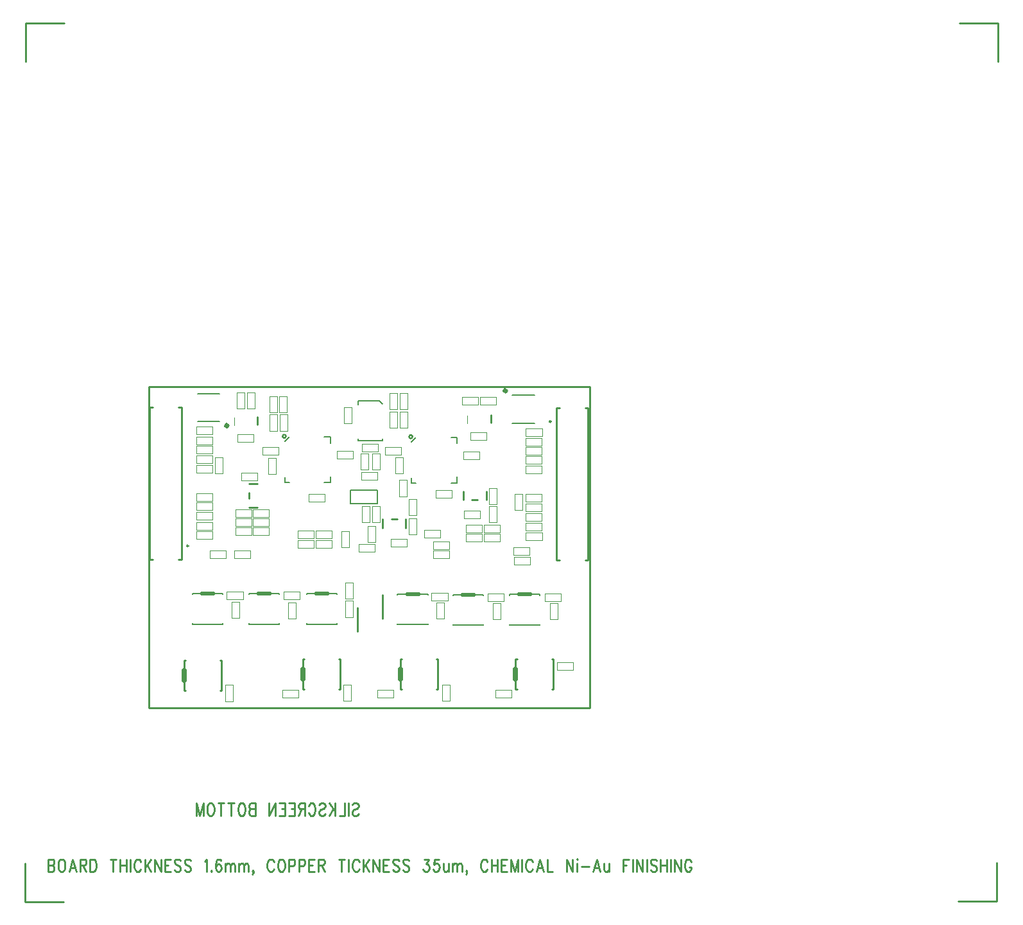
<source format=gbr>
*
*
G04 PADS Layout (Build Number 2007.21.1) generated Gerber (RS-274-X) file*
G04 PC Version=2.1*
*
%IN "2FOC-002.pcb"*%
*
%MOIN*%
*
%FSLAX35Y35*%
*
*
*
*
G04 PC Standard Apertures*
*
*
G04 Thermal Relief Aperture macro.*
%AMTER*
1,1,$1,0,0*
1,0,$1-$2,0,0*
21,0,$3,$4,0,0,45*
21,0,$3,$4,0,0,135*
%
*
*
G04 Annular Aperture macro.*
%AMANN*
1,1,$1,0,0*
1,0,$2,0,0*
%
*
*
G04 Odd Aperture macro.*
%AMODD*
1,1,$1,0,0*
1,0,$1-0.005,0,0*
%
*
*
G04 PC Custom Aperture Macros*
*
*
*
*
*
*
G04 PC Aperture Table*
*
%ADD010C,0.01*%
%ADD011C,0.004*%
%ADD013C,0.006*%
%ADD034C,0.025*%
%ADD070C,0.001*%
%ADD083C,0.00787*%
%ADD087C,0.01969*%
%ADD100C,0.00591*%
%ADD102C,0.0006*%
*
*
*
*
G04 PC Circuitry*
G04 Layer Name 2FOC-002.pcb - circuitry*
%LPD*%
*
*
G04 PC Custom Flashes*
G04 Layer Name 2FOC-002.pcb - flashes*
%LPD*%
*
*
G04 PC Circuitry*
G04 Layer Name 2FOC-002.pcb - circuitry*
%LPD*%
*
G54D10*
G01X1892378Y1482218D02*
X1891678D01*
Y1498018*
X1892378*
X1910378D02*
X1911078D01*
Y1482218*
X1910378*
X2002811D02*
X2002111D01*
Y1498018*
X2002811*
X2020811D02*
X2021511D01*
Y1482218*
X2020811*
X1830567Y1481628D02*
X1829867D01*
Y1497428*
X1830567*
X1848567D02*
X1849267D01*
Y1481628*
X1848567*
X1942969Y1482218D02*
X1942269D01*
Y1498018*
X1942969*
X1960969D02*
X1961669D01*
Y1482218*
X1960969*
X1868106Y1623524D02*
Y1619508D01*
X1989232Y1624598D02*
Y1620583D01*
X1933071Y1531260D02*
Y1519055D01*
X1920079Y1512362D02*
Y1524567D01*
X1945076Y1570468D02*
Y1566068D01*
X1940476Y1570468D02*
X1937476D01*
X1932876D02*
Y1566068D01*
X1832087Y1556654D02*
G75*
G03X1832087I-394J0D01*
G01X1813583Y1549567D02*
X1812008D01*
Y1628701*
X1813583*
X1826969D02*
X1828543D01*
Y1549567*
X1826969*
X2020472Y1621220D02*
G03X2020472I-393J0D01*
G01X2038189Y1628307D02*
X2039764D01*
Y1549173*
X2038189*
X2024803D02*
X2023228D01*
Y1628307*
X2024803*
X1882749Y1613563D02*
G03X1882749I-836J0D01*
G01X1948497Y1613366D02*
G03X1948497I-836J0D01*
G01X1863572Y1588954D02*
X1867972D01*
X1863572Y1584354D02*
Y1581354D01*
Y1576754D02*
X1867972D01*
X1974829Y1580654D02*
Y1585054D01*
X1979429Y1580654D02*
X1982429D01*
X1987029D02*
Y1585054D01*
X1917291Y1422318D02*
X1917745Y1422943D01*
X1918427Y1423255*
X1919336*
X1920018Y1422943*
X1920472Y1422318*
Y1421693*
X1920245Y1421068*
X1920018Y1420755*
X1919563Y1420443*
X1918200Y1419818*
X1917745Y1419505*
X1917518Y1419193*
X1917291Y1418568*
Y1417630*
X1917745Y1417005*
X1918427Y1416693*
X1919336*
X1920018Y1417005*
X1920472Y1417630*
X1915245Y1423255D02*
Y1416693D01*
X1913200Y1423255D02*
Y1416693D01*
X1910472*
X1908427Y1423255D02*
Y1416693D01*
X1905245Y1423255D02*
X1908427Y1418880D01*
X1907291Y1420443D02*
X1905245Y1416693D01*
X1900018Y1422318D02*
X1900472Y1422943D01*
X1901154Y1423255*
X1902063*
X1902745Y1422943*
X1903200Y1422318*
Y1421693*
X1902972Y1421068*
X1902745Y1420755*
X1902291Y1420443*
X1900927Y1419818*
X1900472Y1419505*
X1900245Y1419193*
X1900018Y1418568*
Y1417630*
X1900472Y1417005*
X1901154Y1416693*
X1902063*
X1902745Y1417005*
X1903200Y1417630*
X1894563Y1421693D02*
X1894791Y1422318D01*
X1895245Y1422943*
X1895700Y1423255*
X1896609*
X1897063Y1422943*
X1897518Y1422318*
X1897745Y1421693*
X1897972Y1420755*
Y1419193*
X1897745Y1418255*
X1897518Y1417630*
X1897063Y1417005*
X1896609Y1416693*
X1895700*
X1895245Y1417005*
X1894791Y1417630*
X1894563Y1418255*
X1892518Y1423255D02*
Y1416693D01*
Y1423255D02*
X1890472D01*
X1889791Y1422943*
X1889563Y1422630*
X1889336Y1422005*
Y1421380*
X1889563Y1420755*
X1889791Y1420443*
X1890472Y1420130*
X1892518*
X1890927D02*
X1889336Y1416693D01*
X1887291Y1423255D02*
Y1416693D01*
Y1423255D02*
X1884336D01*
X1887291Y1420130D02*
X1885472D01*
X1887291Y1416693D02*
X1884336D01*
X1882291Y1423255D02*
Y1416693D01*
Y1423255D02*
X1879336D01*
X1882291Y1420130D02*
X1880472D01*
X1882291Y1416693D02*
X1879336D01*
X1877291Y1423255D02*
Y1416693D01*
Y1423255D02*
X1874109Y1416693D01*
Y1423255D02*
Y1416693D01*
X1866836Y1423255D02*
Y1416693D01*
Y1423255D02*
X1864791D01*
X1864109Y1422943*
X1863882Y1422630*
X1863654Y1422005*
Y1421380*
X1863882Y1420755*
X1864109Y1420443*
X1864791Y1420130*
X1866836D02*
X1864791D01*
X1864109Y1419818*
X1863882Y1419505*
X1863654Y1418880*
Y1417943*
X1863882Y1417318*
X1864109Y1417005*
X1864791Y1416693*
X1866836*
X1860245Y1423255D02*
X1860700Y1422943D01*
X1861154Y1422318*
X1861382Y1421693*
X1861609Y1420755*
Y1419193*
X1861382Y1418255*
X1861154Y1417630*
X1860700Y1417005*
X1860245Y1416693*
X1859336*
X1858882Y1417005*
X1858427Y1417630*
X1858200Y1418255*
X1857972Y1419193*
Y1420755*
X1858200Y1421693*
X1858427Y1422318*
X1858882Y1422943*
X1859336Y1423255*
X1860245*
X1854336D02*
Y1416693D01*
X1855927Y1423255D02*
X1852745D01*
X1849109D02*
Y1416693D01*
X1850700Y1423255D02*
X1847518D01*
X1844109D02*
X1844563Y1422943D01*
X1845018Y1422318*
X1845245Y1421693*
X1845472Y1420755*
Y1419193*
X1845245Y1418255*
X1845018Y1417630*
X1844563Y1417005*
X1844109Y1416693*
X1843200*
X1842745Y1417005*
X1842291Y1417630*
X1842063Y1418255*
X1841836Y1419193*
Y1420755*
X1842063Y1421693*
X1842291Y1422318*
X1842745Y1422943*
X1843200Y1423255*
X1844109*
X1839791D02*
Y1416693D01*
Y1423255D02*
X1837972Y1416693D01*
X1836154Y1423255D02*
X1837972Y1416693D01*
X1836154Y1423255D02*
Y1416693D01*
X1759252Y1394122D02*
Y1387559D01*
Y1394122D02*
X1761297D01*
X1761979Y1393809*
X1762207Y1393497*
X1762434Y1392872*
Y1392247*
X1762207Y1391622*
X1761979Y1391309*
X1761297Y1390997*
X1759252D02*
X1761297D01*
X1761979Y1390684*
X1762207Y1390372*
X1762434Y1389747*
Y1388809*
X1762207Y1388184*
X1761979Y1387872*
X1761297Y1387559*
X1759252*
X1765843Y1394122D02*
X1765388Y1393809D01*
X1764934Y1393184*
X1764707Y1392559*
X1764479Y1391622*
Y1390059*
X1764707Y1389122*
X1764934Y1388497*
X1765388Y1387872*
X1765843Y1387559*
X1766752*
X1767207Y1387872*
X1767661Y1388497*
X1767888Y1389122*
X1768116Y1390059*
Y1391622*
X1767888Y1392559*
X1767661Y1393184*
X1767207Y1393809*
X1766752Y1394122*
X1765843*
X1771979D02*
X1770161Y1387559D01*
X1771979Y1394122D02*
X1773797Y1387559D01*
X1770843Y1389747D02*
X1773116D01*
X1775843Y1394122D02*
Y1387559D01*
Y1394122D02*
X1777888D01*
X1778570Y1393809*
X1778797Y1393497*
X1779025Y1392872*
Y1392247*
X1778797Y1391622*
X1778570Y1391309*
X1777888Y1390997*
X1775843*
X1777434D02*
X1779025Y1387559D01*
X1781070Y1394122D02*
Y1387559D01*
Y1394122D02*
X1782661D01*
X1783343Y1393809*
X1783797Y1393184*
X1784025Y1392559*
X1784252Y1391622*
Y1390059*
X1784025Y1389122*
X1783797Y1388497*
X1783343Y1387872*
X1782661Y1387559*
X1781070*
X1793116Y1394122D02*
Y1387559D01*
X1791525Y1394122D02*
X1794707D01*
X1796752D02*
Y1387559D01*
X1799934Y1394122D02*
Y1387559D01*
X1796752Y1390997D02*
X1799934D01*
X1801979Y1394122D02*
Y1387559D01*
X1807434Y1392559D02*
X1807207Y1393184D01*
X1806752Y1393809*
X1806297Y1394122*
X1805388*
X1804934Y1393809*
X1804479Y1393184*
X1804252Y1392559*
X1804025Y1391622*
Y1390059*
X1804252Y1389122*
X1804479Y1388497*
X1804934Y1387872*
X1805388Y1387559*
X1806297*
X1806752Y1387872*
X1807207Y1388497*
X1807434Y1389122*
X1809479Y1394122D02*
Y1387559D01*
X1812661Y1394122D02*
X1809479Y1389747D01*
X1810616Y1391309D02*
X1812661Y1387559D01*
X1814707Y1394122D02*
Y1387559D01*
Y1394122D02*
X1817888Y1387559D01*
Y1394122D02*
Y1387559D01*
X1819934Y1394122D02*
Y1387559D01*
Y1394122D02*
X1822888D01*
X1819934Y1390997D02*
X1821752D01*
X1819934Y1387559D02*
X1822888D01*
X1828116Y1393184D02*
X1827661Y1393809D01*
X1826979Y1394122*
X1826070*
X1825388Y1393809*
X1824934Y1393184*
Y1392559*
X1825161Y1391934*
X1825388Y1391622*
X1825843Y1391309*
X1827207Y1390684*
X1827661Y1390372*
X1827888Y1390059*
X1828116Y1389434*
Y1388497*
X1827661Y1387872*
X1826979Y1387559*
X1826070*
X1825388Y1387872*
X1824934Y1388497*
X1833343Y1393184D02*
X1832888Y1393809D01*
X1832207Y1394122*
X1831297*
X1830616Y1393809*
X1830161Y1393184*
Y1392559*
X1830388Y1391934*
X1830616Y1391622*
X1831070Y1391309*
X1832434Y1390684*
X1832888Y1390372*
X1833116Y1390059*
X1833343Y1389434*
Y1388497*
X1832888Y1387872*
X1832207Y1387559*
X1831297*
X1830616Y1387872*
X1830161Y1388497*
X1840616Y1392872D02*
X1841070Y1393184D01*
X1841752Y1394122*
Y1387559*
X1844025Y1388184D02*
X1843797Y1387872D01*
X1844025Y1387559*
X1844252Y1387872*
X1844025Y1388184*
X1849025Y1393184D02*
X1848797Y1393809D01*
X1848116Y1394122*
X1847661*
X1846979Y1393809*
X1846525Y1392872*
X1846297Y1391309*
Y1389747*
X1846525Y1388497*
X1846979Y1387872*
X1847661Y1387559*
X1847888*
X1848570Y1387872*
X1849025Y1388497*
X1849252Y1389434*
Y1389747*
X1849025Y1390684*
X1848570Y1391309*
X1847888Y1391622*
X1847661*
X1846979Y1391309*
X1846525Y1390684*
X1846297Y1389747*
X1851297Y1391934D02*
Y1387559D01*
Y1390684D02*
X1851979Y1391622D01*
X1852434Y1391934*
X1853116*
X1853570Y1391622*
X1853797Y1390684*
Y1387559*
Y1390684D02*
X1854479Y1391622D01*
X1854934Y1391934*
X1855616*
X1856070Y1391622*
X1856297Y1390684*
Y1387559*
X1858343Y1391934D02*
Y1387559D01*
Y1390684D02*
X1859025Y1391622D01*
X1859479Y1391934*
X1860161*
X1860616Y1391622*
X1860843Y1390684*
Y1387559*
Y1390684D02*
X1861525Y1391622D01*
X1861979Y1391934*
X1862661*
X1863116Y1391622*
X1863343Y1390684*
Y1387559*
X1865843Y1387872D02*
X1865616Y1387559D01*
X1865388Y1387872*
X1865616Y1388184*
X1865843Y1387872*
Y1387247*
X1865616Y1386622*
X1865388Y1386309*
X1876525Y1392559D02*
X1876297Y1393184D01*
X1875843Y1393809*
X1875388Y1394122*
X1874479*
X1874025Y1393809*
X1873570Y1393184*
X1873343Y1392559*
X1873116Y1391622*
Y1390059*
X1873343Y1389122*
X1873570Y1388497*
X1874025Y1387872*
X1874479Y1387559*
X1875388*
X1875843Y1387872*
X1876297Y1388497*
X1876525Y1389122*
X1879934Y1394122D02*
X1879479Y1393809D01*
X1879025Y1393184*
X1878797Y1392559*
X1878570Y1391622*
Y1390059*
X1878797Y1389122*
X1879025Y1388497*
X1879479Y1387872*
X1879934Y1387559*
X1880843*
X1881297Y1387872*
X1881752Y1388497*
X1881979Y1389122*
X1882207Y1390059*
Y1391622*
X1881979Y1392559*
X1881752Y1393184*
X1881297Y1393809*
X1880843Y1394122*
X1879934*
X1884252D02*
Y1387559D01*
Y1394122D02*
X1886297D01*
X1886979Y1393809*
X1887207Y1393497*
X1887434Y1392872*
Y1391934*
X1887207Y1391309*
X1886979Y1390997*
X1886297Y1390684*
X1884252*
X1889479Y1394122D02*
Y1387559D01*
Y1394122D02*
X1891525D01*
X1892207Y1393809*
X1892434Y1393497*
X1892661Y1392872*
Y1391934*
X1892434Y1391309*
X1892207Y1390997*
X1891525Y1390684*
X1889479*
X1894707Y1394122D02*
Y1387559D01*
Y1394122D02*
X1897661D01*
X1894707Y1390997D02*
X1896525D01*
X1894707Y1387559D02*
X1897661D01*
X1899707Y1394122D02*
Y1387559D01*
Y1394122D02*
X1901752D01*
X1902434Y1393809*
X1902661Y1393497*
X1902888Y1392872*
Y1392247*
X1902661Y1391622*
X1902434Y1391309*
X1901752Y1390997*
X1899707*
X1901297D02*
X1902888Y1387559D01*
X1911752Y1394122D02*
Y1387559D01*
X1910161Y1394122D02*
X1913343D01*
X1915388D02*
Y1387559D01*
X1920843Y1392559D02*
X1920616Y1393184D01*
X1920161Y1393809*
X1919707Y1394122*
X1918797*
X1918343Y1393809*
X1917888Y1393184*
X1917661Y1392559*
X1917434Y1391622*
Y1390059*
X1917661Y1389122*
X1917888Y1388497*
X1918343Y1387872*
X1918797Y1387559*
X1919707*
X1920161Y1387872*
X1920616Y1388497*
X1920843Y1389122*
X1922888Y1394122D02*
Y1387559D01*
X1926070Y1394122D02*
X1922888Y1389747D01*
X1924025Y1391309D02*
X1926070Y1387559D01*
X1928116Y1394122D02*
Y1387559D01*
Y1394122D02*
X1931297Y1387559D01*
Y1394122D02*
Y1387559D01*
X1933343Y1394122D02*
Y1387559D01*
Y1394122D02*
X1936297D01*
X1933343Y1390997D02*
X1935161D01*
X1933343Y1387559D02*
X1936297D01*
X1941525Y1393184D02*
X1941070Y1393809D01*
X1940388Y1394122*
X1939479*
X1938797Y1393809*
X1938343Y1393184*
Y1392559*
X1938570Y1391934*
X1938797Y1391622*
X1939252Y1391309*
X1940616Y1390684*
X1941070Y1390372*
X1941297Y1390059*
X1941525Y1389434*
Y1388497*
X1941070Y1387872*
X1940388Y1387559*
X1939479*
X1938797Y1387872*
X1938343Y1388497*
X1946752Y1393184D02*
X1946297Y1393809D01*
X1945616Y1394122*
X1944707*
X1944025Y1393809*
X1943570Y1393184*
Y1392559*
X1943797Y1391934*
X1944025Y1391622*
X1944479Y1391309*
X1945843Y1390684*
X1946297Y1390372*
X1946525Y1390059*
X1946752Y1389434*
Y1388497*
X1946297Y1387872*
X1945616Y1387559*
X1944707*
X1944025Y1387872*
X1943570Y1388497*
X1954479Y1394122D02*
X1956979D01*
X1955616Y1391622*
X1956297*
X1956752Y1391309*
X1956979Y1390997*
X1957207Y1390059*
Y1389434*
X1956979Y1388497*
X1956525Y1387872*
X1955843Y1387559*
X1955161*
X1954479Y1387872*
X1954252Y1388184*
X1954025Y1388809*
X1962207Y1394122D02*
X1959934D01*
X1959707Y1391309*
X1959934Y1391622*
X1960616Y1391934*
X1961297*
X1961979Y1391622*
X1962434Y1390997*
X1962661Y1390059*
X1962434Y1389434*
X1962207Y1388497*
X1961752Y1387872*
X1961070Y1387559*
X1960388*
X1959707Y1387872*
X1959479Y1388184*
X1959252Y1388809*
X1964707Y1391934D02*
Y1388809D01*
X1964934Y1387872*
X1965388Y1387559*
X1966070*
X1966525Y1387872*
X1967207Y1388809*
Y1391934D02*
Y1387559D01*
X1969252Y1391934D02*
Y1387559D01*
Y1390684D02*
X1969934Y1391622D01*
X1970388Y1391934*
X1971070*
X1971525Y1391622*
X1971752Y1390684*
Y1387559*
Y1390684D02*
X1972434Y1391622D01*
X1972888Y1391934*
X1973570*
X1974025Y1391622*
X1974252Y1390684*
Y1387559*
X1976752Y1387872D02*
X1976525Y1387559D01*
X1976297Y1387872*
X1976525Y1388184*
X1976752Y1387872*
Y1387247*
X1976525Y1386622*
X1976297Y1386309*
X1987434Y1392559D02*
X1987207Y1393184D01*
X1986752Y1393809*
X1986297Y1394122*
X1985388*
X1984934Y1393809*
X1984479Y1393184*
X1984252Y1392559*
X1984025Y1391622*
Y1390059*
X1984252Y1389122*
X1984479Y1388497*
X1984934Y1387872*
X1985388Y1387559*
X1986297*
X1986752Y1387872*
X1987207Y1388497*
X1987434Y1389122*
X1989479Y1394122D02*
Y1387559D01*
X1992661Y1394122D02*
Y1387559D01*
X1989479Y1390997D02*
X1992661D01*
X1994707Y1394122D02*
Y1387559D01*
Y1394122D02*
X1997661D01*
X1994707Y1390997D02*
X1996525D01*
X1994707Y1387559D02*
X1997661D01*
X1999707Y1394122D02*
Y1387559D01*
Y1394122D02*
X2001525Y1387559D01*
X2003343Y1394122D02*
X2001525Y1387559D01*
X2003343Y1394122D02*
Y1387559D01*
X2005388Y1394122D02*
Y1387559D01*
X2010843Y1392559D02*
X2010616Y1393184D01*
X2010161Y1393809*
X2009707Y1394122*
X2008797*
X2008343Y1393809*
X2007888Y1393184*
X2007661Y1392559*
X2007434Y1391622*
Y1390059*
X2007661Y1389122*
X2007888Y1388497*
X2008343Y1387872*
X2008797Y1387559*
X2009707*
X2010161Y1387872*
X2010616Y1388497*
X2010843Y1389122*
X2014707Y1394122D02*
X2012888Y1387559D01*
X2014707Y1394122D02*
X2016525Y1387559D01*
X2013570Y1389747D02*
X2015843D01*
X2018570Y1394122D02*
Y1387559D01*
X2021297*
X2028570Y1394122D02*
Y1387559D01*
Y1394122D02*
X2031752Y1387559D01*
Y1394122D02*
Y1387559D01*
X2033797Y1394122D02*
X2034025Y1393809D01*
X2034252Y1394122*
X2034025Y1394434*
X2033797Y1394122*
X2034025Y1391934D02*
Y1387559D01*
X2036297Y1390372D02*
X2040388D01*
X2044252Y1394122D02*
X2042434Y1387559D01*
X2044252Y1394122D02*
X2046070Y1387559D01*
X2043116Y1389747D02*
X2045388D01*
X2048116Y1391934D02*
Y1388809D01*
X2048343Y1387872*
X2048797Y1387559*
X2049479*
X2049934Y1387872*
X2050616Y1388809*
Y1391934D02*
Y1387559D01*
X2057888Y1394122D02*
Y1387559D01*
Y1394122D02*
X2060843D01*
X2057888Y1390997D02*
X2059707D01*
X2062888Y1394122D02*
Y1387559D01*
X2064934Y1394122D02*
Y1387559D01*
Y1394122D02*
X2068116Y1387559D01*
Y1394122D02*
Y1387559D01*
X2070161Y1394122D02*
Y1387559D01*
X2075388Y1393184D02*
X2074934Y1393809D01*
X2074252Y1394122*
X2073343*
X2072661Y1393809*
X2072207Y1393184*
Y1392559*
X2072434Y1391934*
X2072661Y1391622*
X2073116Y1391309*
X2074479Y1390684*
X2074934Y1390372*
X2075161Y1390059*
X2075388Y1389434*
Y1388497*
X2074934Y1387872*
X2074252Y1387559*
X2073343*
X2072661Y1387872*
X2072207Y1388497*
X2077434Y1394122D02*
Y1387559D01*
X2080616Y1394122D02*
Y1387559D01*
X2077434Y1390997D02*
X2080616D01*
X2082661Y1394122D02*
Y1387559D01*
X2084707Y1394122D02*
Y1387559D01*
Y1394122D02*
X2087888Y1387559D01*
Y1394122D02*
Y1387559D01*
X2093343Y1392559D02*
X2093116Y1393184D01*
X2092661Y1393809*
X2092207Y1394122*
X2091297*
X2090843Y1393809*
X2090388Y1393184*
X2090161Y1392559*
X2089934Y1391622*
Y1390059*
X2090161Y1389122*
X2090388Y1388497*
X2090843Y1387872*
X2091297Y1387559*
X2092207*
X2092661Y1387872*
X2093116Y1388497*
X2093343Y1389122*
Y1390059*
X2092207D02*
X2093343D01*
X1811638Y1472618D02*
X2040748D01*
Y1639331*
X1811638*
Y1472618*
X1767520Y1828110D02*
X1747520D01*
Y1808110*
X1747441Y1391890D02*
Y1371890D01*
X1767441*
X2232087Y1372205D02*
X2252087D01*
Y1392205*
X2252559Y1808031D02*
Y1828031D01*
X2232559*
G54D11*
X1866567Y1628044D02*
X1862567D01*
Y1636444*
X1866567*
Y1628044*
X1861449D02*
X1857449D01*
Y1636444*
X1861449*
Y1628044*
X1983595Y1629850D02*
Y1633850D01*
X1991995*
Y1629850*
X1983595*
X1982570Y1633870D02*
Y1629870D01*
X1974170*
Y1633870*
X1982570*
X1927528Y1604554D02*
X1931528D01*
Y1596154*
X1927528*
Y1604554*
X1921622D02*
X1925622D01*
Y1596154*
X1921622*
Y1604554*
X1844554Y1583850D02*
Y1579850D01*
X1836154*
Y1583850*
X1844554*
X1836351Y1614496D02*
Y1618496D01*
X1844751*
Y1614496*
X1836351*
X2015814Y1563772D02*
Y1559772D01*
X2007414*
Y1563772*
X2015814*
X1836154Y1560362D02*
Y1564362D01*
X1844554*
Y1560362*
X1836154*
X2015814Y1617709D02*
Y1613709D01*
X2007414*
Y1617709*
X2015814*
X1849835Y1594186D02*
X1845835D01*
Y1602586*
X1849835*
Y1594186*
X2001740Y1583688D02*
X2005740D01*
Y1575288*
X2001740*
Y1583688*
X1844554Y1579126D02*
Y1575126D01*
X1836154*
Y1579126*
X1844554*
X1844751Y1574205D02*
Y1570205D01*
X1836351*
Y1574205*
X1844751*
X1856650Y1562154D02*
Y1566154D01*
X1865050*
Y1562154*
X1856650*
X1874082Y1575583D02*
Y1571583D01*
X1865682*
Y1575583*
X1874082*
X1856627Y1566858D02*
Y1570858D01*
X1865027*
Y1566858*
X1856627*
X1874106Y1566154D02*
Y1562154D01*
X1865706*
Y1566154*
X1874106*
X1865050Y1575602D02*
Y1571602D01*
X1856650*
Y1575602*
X1865050*
X1883496Y1616430D02*
X1879496D01*
Y1624830*
X1883496*
Y1616430*
X1883299Y1625879D02*
X1879299D01*
Y1634279*
X1883299*
Y1625879*
X1878181Y1616430D02*
X1874181D01*
Y1624830*
X1878181*
Y1616430*
Y1625879D02*
X1874181D01*
Y1634279*
X1878181*
Y1625879*
X1940606Y1618024D02*
X1936606D01*
Y1626424*
X1940606*
Y1618024*
Y1627670D02*
X1936606D01*
Y1636070*
X1940606*
Y1627670*
X1946118Y1618024D02*
X1942118D01*
Y1626424*
X1946118*
Y1618024*
Y1627670D02*
X1942118D01*
Y1636070*
X1946118*
Y1627670*
X1993987Y1567728D02*
Y1563728D01*
X1985587*
Y1567728*
X1993987*
X1984539Y1563004D02*
Y1559004D01*
X1976139*
Y1563004*
X1984539*
X1946646Y1570913D02*
X1950646D01*
Y1562513*
X1946646*
Y1570913*
Y1580952D02*
X1950646D01*
Y1572552*
X1946646*
Y1580952*
X1929189Y1558576D02*
X1925189D01*
Y1566976*
X1929189*
Y1558576*
X1926236Y1569009D02*
X1922236D01*
Y1577409*
X1926236*
Y1569009*
X1920627Y1553492D02*
Y1557492D01*
X1929027*
Y1553492*
X1920627*
X1911606Y1564220D02*
X1915606D01*
Y1555820*
X1911606*
Y1564220*
X1844751Y1598614D02*
Y1594614D01*
X1836351*
Y1598614*
X1844751*
Y1603535D02*
Y1599535D01*
X1836351*
Y1603535*
X1844751*
Y1608457D02*
Y1604457D01*
X1836351*
Y1608457*
X1844751*
Y1613378D02*
Y1609378D01*
X1836351*
Y1613378*
X1844751*
X2007217Y1608787D02*
Y1612787D01*
X2015617*
Y1608787*
X2007217*
Y1594417D02*
Y1598417D01*
X2015617*
Y1594417*
X2007217*
Y1599142D02*
Y1603142D01*
X2015617*
Y1599142*
X2007217*
Y1579457D02*
Y1583457D01*
X2015617*
Y1579457*
X2007217*
Y1574535D02*
Y1578535D01*
X2015617*
Y1574535*
X2007217*
Y1569614D02*
Y1573614D01*
X2015617*
Y1569614*
X2007217*
Y1564693D02*
Y1568693D01*
X2015617*
Y1564693*
X2007217*
Y1603866D02*
Y1607866D01*
X2015617*
Y1603866*
X2007217*
X1844554Y1569087D02*
Y1565087D01*
X1836154*
Y1569087*
X1844554*
X1870627Y1603886D02*
Y1607886D01*
X1879027*
Y1603886*
X1870627*
X1934383Y1604063D02*
Y1608063D01*
X1942783*
Y1604063*
X1934383*
X1860511Y1532795D02*
Y1528795D01*
X1852111*
Y1532795*
X1860511*
X1995956Y1532098D02*
Y1528098D01*
X1987556*
Y1532098*
X1995956*
X2025680D02*
Y1528098D01*
X2017280*
Y1532098*
X2025680*
X1976139Y1563728D02*
Y1567728D01*
X1984539*
Y1563728*
X1976139*
X1890011Y1532795D02*
Y1528795D01*
X1881611*
Y1532795*
X1890011*
X1881036Y1478079D02*
Y1482079D01*
X1889436*
Y1478079*
X1881036*
X1927528Y1577389D02*
X1931528D01*
Y1568989*
X1927528*
Y1577389*
X1930249Y1478079D02*
Y1482079D01*
X1938649*
Y1478079*
X1930249*
X2023556Y1492252D02*
Y1496252D01*
X2031956*
Y1492252*
X2023556*
X1967945Y1476272D02*
X1963945D01*
Y1484672*
X1967945*
Y1476272*
X1855346Y1476076D02*
X1851346D01*
Y1484476*
X1855346*
Y1476076*
X1916764Y1476272D02*
X1912764D01*
Y1484672*
X1916764*
Y1476272*
X1913575Y1537645D02*
X1917575D01*
Y1529245*
X1913575*
Y1537645*
X1916961Y1620367D02*
X1912961D01*
Y1628767*
X1916961*
Y1620367*
X1865885Y1614476D02*
Y1610476D01*
X1857485*
Y1614476*
X1865885*
X1987011Y1615551D02*
Y1611551D01*
X1978611*
Y1615551*
X1987011*
X1917586Y1605898D02*
Y1601898D01*
X1909186*
Y1605898*
X1917586*
X1877614Y1594009D02*
X1873614D01*
Y1602409*
X1877614*
Y1594009*
X1930775Y1609638D02*
Y1605638D01*
X1922375*
Y1609638*
X1930775*
X1930405Y1595091D02*
Y1591091D01*
X1922005*
Y1595091*
X1930405*
X1903019Y1583457D02*
Y1579457D01*
X1894619*
Y1583457*
X1903019*
X1968987Y1585642D02*
Y1581642D01*
X1960587*
Y1585642*
X1968987*
X1983334Y1605701D02*
Y1601701D01*
X1974934*
Y1605701*
X1983334*
X1943559Y1594206D02*
X1939559D01*
Y1602606*
X1943559*
Y1594206*
X1945735Y1560425D02*
Y1556425D01*
X1937335*
Y1560425*
X1945735*
X1991469Y1478079D02*
Y1482079D01*
X1999869*
Y1478079*
X1991469*
X1983751Y1574815D02*
Y1570815D01*
X1975351*
Y1574815*
X1983751*
X1868003Y1594697D02*
Y1590697D01*
X1859603*
Y1594697*
X1868003*
X1874106Y1570878D02*
Y1566878D01*
X1865706*
Y1570878*
X1874106*
X1966822Y1532295D02*
Y1528295D01*
X1958422*
Y1532295*
X1966822*
X1854520Y1527606D02*
X1858520D01*
Y1519206*
X1854520*
Y1527606*
X1884024Y1527389D02*
X1888024D01*
Y1518989*
X1884024*
Y1527389*
X1913551Y1528176D02*
X1917551D01*
Y1519776*
X1913551*
Y1528176*
X1960819Y1527212D02*
X1964819D01*
Y1518812*
X1960819*
Y1527212*
X1990150Y1527015D02*
X1994150D01*
Y1518615*
X1990150*
Y1527015*
X2019874D02*
X2023874D01*
Y1518615*
X2019874*
Y1527015*
X1851665Y1554146D02*
Y1550146D01*
X1843265*
Y1554146*
X1851665*
X1897334Y1559461D02*
Y1555461D01*
X1888934*
Y1559461*
X1897334*
X1855863Y1550146D02*
Y1554146D01*
X1864263*
Y1550146*
X1855863*
X1897334Y1564579D02*
Y1560579D01*
X1888934*
Y1564579*
X1897334*
X1898383Y1560579D02*
Y1564579D01*
X1906783*
Y1560579*
X1898383*
X1963082Y1564972D02*
Y1560972D01*
X1954682*
Y1564972*
X1963082*
X1945528Y1582394D02*
X1941528D01*
Y1590794*
X1945528*
Y1582394*
X1898383Y1555461D02*
Y1559461D01*
X1906783*
Y1555461*
X1898383*
X2009539Y1550996D02*
Y1546996D01*
X2001139*
Y1550996*
X2009539*
X1959209Y1555067D02*
Y1559067D01*
X1967609*
Y1555067*
X1959209*
X2009342Y1556114D02*
Y1552114D01*
X2000942*
Y1556114*
X2009342*
X1959209Y1550343D02*
Y1554343D01*
X1967609*
Y1550343*
X1959209*
X1993987Y1563004D02*
Y1559004D01*
X1985587*
Y1563004*
X1993987*
X1992378Y1568812D02*
X1988378D01*
Y1577212*
X1992378*
Y1568812*
Y1578261D02*
X1988378D01*
Y1586661*
X1992378*
Y1578261*
G54D13*
X1916449Y1578764D02*
Y1585764D01*
X1930449*
Y1578764*
X1916449*
G54D34*
X1891678Y1487618D02*
Y1492618D01*
X2002111Y1487618D02*
Y1492618D01*
X1829867Y1487028D02*
Y1492028D01*
X1942269Y1487618D02*
Y1492618D01*
G54D70*
G54D83*
X1920276Y1612441D02*
Y1611296D01*
X1932787Y1611312*
Y1612441*
X1932913Y1630197D02*
X1931220Y1631890D01*
X1920197*
Y1630079*
X1848228Y1635787D02*
X1836811D01*
Y1621220D02*
X1848228D01*
X2000417Y1620453D02*
X2011835D01*
Y1635020D02*
X2000417D01*
G54D87*
X1852525Y1619055D02*
G03X1852525I-556J0D01*
G01X1997234Y1637185D02*
G03X1997234I-557J0D01*
G01X1839000Y1531870D02*
X1845299D01*
X1868287D02*
X1874587D01*
X1898287D02*
X1904587D01*
X1945496Y1531673D02*
X1951795D01*
X1974236Y1531280D02*
X1980535D01*
X2003567Y1531476D02*
X2009866D01*
G54D100*
X1884669Y1613169D02*
X1882307Y1610807D01*
Y1592208D02*
Y1589547D01*
X1884669*
X1902780D02*
X1905929D01*
Y1592697*
X1902780Y1613169D02*
X1905929D01*
Y1610020*
X1950417Y1612972D02*
X1948055Y1610610D01*
Y1592011D02*
Y1589350D01*
X1950417*
X1968528D02*
X1971677D01*
Y1592500*
X1968528Y1612972D02*
X1971677D01*
Y1609823*
X1834276Y1531476D02*
Y1531870D01*
X1850024*
Y1531476*
X1834276Y1516516D02*
Y1516122D01*
X1850024*
Y1516516*
X1863563Y1531476D02*
Y1531870D01*
X1879311*
Y1531476*
X1863563Y1516516D02*
Y1516122D01*
X1879311*
Y1516516*
X1893563Y1531476D02*
Y1531870D01*
X1909311*
Y1531476*
X1893563Y1516516D02*
Y1516122D01*
X1909311*
Y1516516*
X1940772Y1531280D02*
Y1531673D01*
X1956520*
Y1531280*
X1940772Y1516319D02*
Y1515925D01*
X1956520*
Y1516319*
X1969512Y1530886D02*
Y1531280D01*
X1985260*
Y1530886*
X1969512Y1515925D02*
Y1515531D01*
X1985260*
Y1515925*
X1998843Y1531083D02*
Y1531476D01*
X2014591*
Y1531083*
X1998843Y1516122D02*
Y1515728D01*
X2014591*
Y1516122*
G54D102*
X1855902Y1623130D02*
Y1619232D01*
X1977028Y1624205D02*
Y1620307D01*
G74*
X0Y0D02*
M02*

</source>
